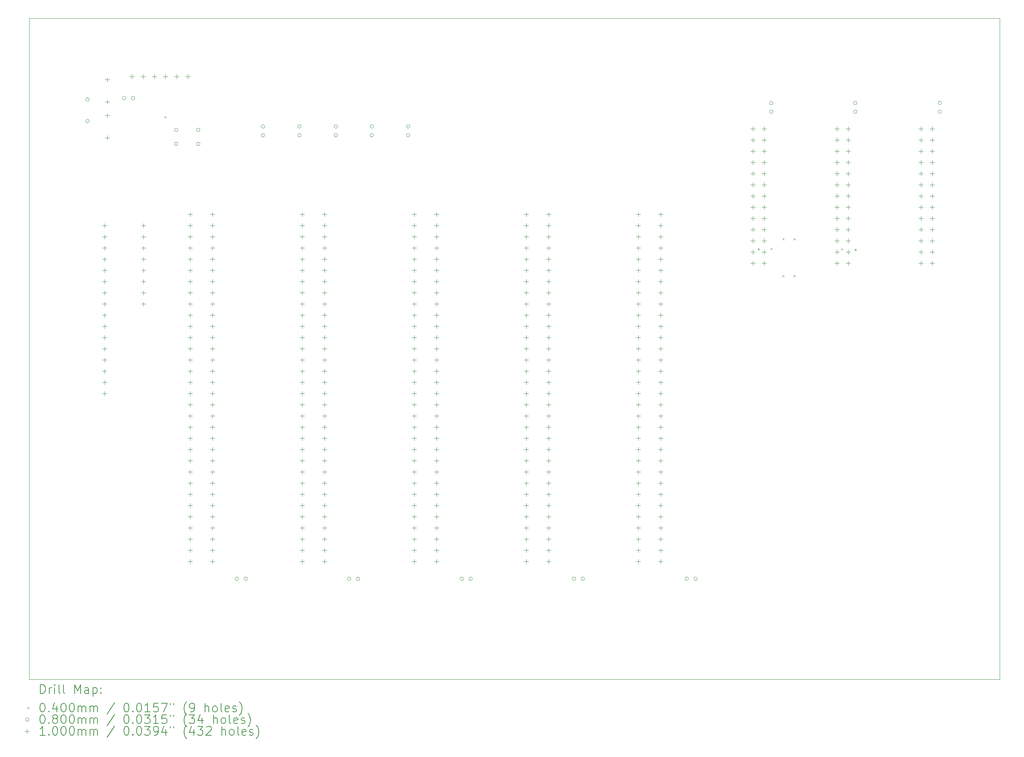
<source format=gbr>
%TF.GenerationSoftware,KiCad,Pcbnew,(6.0.7)*%
%TF.CreationDate,2023-04-20T18:02:02-06:00*%
%TF.ProjectId,backplane,6261636b-706c-4616-9e65-2e6b69636164,rev?*%
%TF.SameCoordinates,Original*%
%TF.FileFunction,Drillmap*%
%TF.FilePolarity,Positive*%
%FSLAX45Y45*%
G04 Gerber Fmt 4.5, Leading zero omitted, Abs format (unit mm)*
G04 Created by KiCad (PCBNEW (6.0.7)) date 2023-04-20 18:02:02*
%MOMM*%
%LPD*%
G01*
G04 APERTURE LIST*
%ADD10C,0.100000*%
%ADD11C,0.200000*%
%ADD12C,0.040000*%
%ADD13C,0.080000*%
G04 APERTURE END LIST*
D10*
X29992500Y-9285000D02*
X51992500Y-9285000D01*
X51992500Y-9285000D02*
X51992500Y-24285000D01*
X51992500Y-24285000D02*
X29992500Y-24285000D01*
X29992500Y-24285000D02*
X29992500Y-9285000D01*
D11*
D12*
X33057950Y-11507300D02*
X33097950Y-11547300D01*
X33097950Y-11507300D02*
X33057950Y-11547300D01*
X46504219Y-14503950D02*
X46544219Y-14543950D01*
X46544219Y-14503950D02*
X46504219Y-14543950D01*
X46799350Y-14495550D02*
X46839350Y-14535550D01*
X46839350Y-14495550D02*
X46799350Y-14535550D01*
X47066050Y-14275900D02*
X47106050Y-14315900D01*
X47106050Y-14275900D02*
X47066050Y-14315900D01*
X47066050Y-15114100D02*
X47106050Y-15154100D01*
X47106050Y-15114100D02*
X47066050Y-15154100D01*
X47320050Y-14275900D02*
X47360050Y-14315900D01*
X47360050Y-14275900D02*
X47320050Y-14315900D01*
X47320050Y-15114100D02*
X47360050Y-15154100D01*
X47360050Y-15114100D02*
X47320050Y-15154100D01*
X48399550Y-14504500D02*
X48439550Y-14544500D01*
X48439550Y-14504500D02*
X48399550Y-14544500D01*
X48704350Y-14517200D02*
X48744350Y-14557200D01*
X48744350Y-14517200D02*
X48704350Y-14557200D01*
D13*
X31352650Y-11129900D02*
G75*
G03*
X31352650Y-11129900I-40000J0D01*
G01*
X31352650Y-11619900D02*
G75*
G03*
X31352650Y-11619900I-40000J0D01*
G01*
X32185511Y-11100000D02*
G75*
G03*
X32185511Y-11100000I-40000J0D01*
G01*
X32385511Y-11100000D02*
G75*
G03*
X32385511Y-11100000I-40000J0D01*
G01*
X33363250Y-11819400D02*
G75*
G03*
X33363250Y-11819400I-40000J0D01*
G01*
X33363250Y-12136900D02*
G75*
G03*
X33363250Y-12136900I-40000J0D01*
G01*
X33863250Y-11819400D02*
G75*
G03*
X33863250Y-11819400I-40000J0D01*
G01*
X33863250Y-12136900D02*
G75*
G03*
X33863250Y-12136900I-40000J0D01*
G01*
X34740000Y-22000000D02*
G75*
G03*
X34740000Y-22000000I-40000J0D01*
G01*
X34940000Y-22000000D02*
G75*
G03*
X34940000Y-22000000I-40000J0D01*
G01*
X35333300Y-11740889D02*
G75*
G03*
X35333300Y-11740889I-40000J0D01*
G01*
X35333300Y-11940889D02*
G75*
G03*
X35333300Y-11940889I-40000J0D01*
G01*
X36158800Y-11740889D02*
G75*
G03*
X36158800Y-11740889I-40000J0D01*
G01*
X36158800Y-11940889D02*
G75*
G03*
X36158800Y-11940889I-40000J0D01*
G01*
X36984300Y-11740889D02*
G75*
G03*
X36984300Y-11740889I-40000J0D01*
G01*
X36984300Y-11940889D02*
G75*
G03*
X36984300Y-11940889I-40000J0D01*
G01*
X37285511Y-22000000D02*
G75*
G03*
X37285511Y-22000000I-40000J0D01*
G01*
X37485511Y-22000000D02*
G75*
G03*
X37485511Y-22000000I-40000J0D01*
G01*
X37797100Y-11740889D02*
G75*
G03*
X37797100Y-11740889I-40000J0D01*
G01*
X37797100Y-11940889D02*
G75*
G03*
X37797100Y-11940889I-40000J0D01*
G01*
X38622600Y-11740889D02*
G75*
G03*
X38622600Y-11740889I-40000J0D01*
G01*
X38622600Y-11940889D02*
G75*
G03*
X38622600Y-11940889I-40000J0D01*
G01*
X39840000Y-22000000D02*
G75*
G03*
X39840000Y-22000000I-40000J0D01*
G01*
X40040000Y-22000000D02*
G75*
G03*
X40040000Y-22000000I-40000J0D01*
G01*
X42383430Y-22000000D02*
G75*
G03*
X42383430Y-22000000I-40000J0D01*
G01*
X42583430Y-22000000D02*
G75*
G03*
X42583430Y-22000000I-40000J0D01*
G01*
X44940000Y-22000000D02*
G75*
G03*
X44940000Y-22000000I-40000J0D01*
G01*
X45140000Y-22000000D02*
G75*
G03*
X45140000Y-22000000I-40000J0D01*
G01*
X46854026Y-11208147D02*
G75*
G03*
X46854026Y-11208147I-40000J0D01*
G01*
X46854026Y-11408147D02*
G75*
G03*
X46854026Y-11408147I-40000J0D01*
G01*
X48759126Y-11208147D02*
G75*
G03*
X48759126Y-11208147I-40000J0D01*
G01*
X48759126Y-11408147D02*
G75*
G03*
X48759126Y-11408147I-40000J0D01*
G01*
X50674985Y-11207013D02*
G75*
G03*
X50674985Y-11207013I-40000J0D01*
G01*
X50674985Y-11407013D02*
G75*
G03*
X50674985Y-11407013I-40000J0D01*
G01*
D10*
X31701200Y-13941100D02*
X31701200Y-14041100D01*
X31651200Y-13991100D02*
X31751200Y-13991100D01*
X31701200Y-14195100D02*
X31701200Y-14295100D01*
X31651200Y-14245100D02*
X31751200Y-14245100D01*
X31701200Y-14449100D02*
X31701200Y-14549100D01*
X31651200Y-14499100D02*
X31751200Y-14499100D01*
X31701200Y-14703100D02*
X31701200Y-14803100D01*
X31651200Y-14753100D02*
X31751200Y-14753100D01*
X31701200Y-14957100D02*
X31701200Y-15057100D01*
X31651200Y-15007100D02*
X31751200Y-15007100D01*
X31701200Y-15211100D02*
X31701200Y-15311100D01*
X31651200Y-15261100D02*
X31751200Y-15261100D01*
X31701200Y-15465100D02*
X31701200Y-15565100D01*
X31651200Y-15515100D02*
X31751200Y-15515100D01*
X31701200Y-15719100D02*
X31701200Y-15819100D01*
X31651200Y-15769100D02*
X31751200Y-15769100D01*
X31701200Y-15973100D02*
X31701200Y-16073100D01*
X31651200Y-16023100D02*
X31751200Y-16023100D01*
X31701200Y-16227100D02*
X31701200Y-16327100D01*
X31651200Y-16277100D02*
X31751200Y-16277100D01*
X31701200Y-16481100D02*
X31701200Y-16581100D01*
X31651200Y-16531100D02*
X31751200Y-16531100D01*
X31701200Y-16735100D02*
X31701200Y-16835100D01*
X31651200Y-16785100D02*
X31751200Y-16785100D01*
X31701200Y-16989100D02*
X31701200Y-17089100D01*
X31651200Y-17039100D02*
X31751200Y-17039100D01*
X31701200Y-17243100D02*
X31701200Y-17343100D01*
X31651200Y-17293100D02*
X31751200Y-17293100D01*
X31701200Y-17497100D02*
X31701200Y-17597100D01*
X31651200Y-17547100D02*
X31751200Y-17547100D01*
X31701200Y-17751100D02*
X31701200Y-17851100D01*
X31651200Y-17801100D02*
X31751200Y-17801100D01*
X31757150Y-10630400D02*
X31757150Y-10730400D01*
X31707150Y-10680400D02*
X31807150Y-10680400D01*
X31757150Y-11130400D02*
X31757150Y-11230400D01*
X31707150Y-11180400D02*
X31807150Y-11180400D01*
X31757150Y-11443200D02*
X31757150Y-11543200D01*
X31707150Y-11493200D02*
X31807150Y-11493200D01*
X31757150Y-11943200D02*
X31757150Y-12043200D01*
X31707150Y-11993200D02*
X31807150Y-11993200D01*
X32318450Y-10560400D02*
X32318450Y-10660400D01*
X32268450Y-10610400D02*
X32368450Y-10610400D01*
X32572450Y-10560400D02*
X32572450Y-10660400D01*
X32522450Y-10610400D02*
X32622450Y-10610400D01*
X32577500Y-13941100D02*
X32577500Y-14041100D01*
X32527500Y-13991100D02*
X32627500Y-13991100D01*
X32577500Y-14195100D02*
X32577500Y-14295100D01*
X32527500Y-14245100D02*
X32627500Y-14245100D01*
X32577500Y-14449100D02*
X32577500Y-14549100D01*
X32527500Y-14499100D02*
X32627500Y-14499100D01*
X32577500Y-14703100D02*
X32577500Y-14803100D01*
X32527500Y-14753100D02*
X32627500Y-14753100D01*
X32577500Y-14957100D02*
X32577500Y-15057100D01*
X32527500Y-15007100D02*
X32627500Y-15007100D01*
X32577500Y-15211100D02*
X32577500Y-15311100D01*
X32527500Y-15261100D02*
X32627500Y-15261100D01*
X32577500Y-15465100D02*
X32577500Y-15565100D01*
X32527500Y-15515100D02*
X32627500Y-15515100D01*
X32577500Y-15719100D02*
X32577500Y-15819100D01*
X32527500Y-15769100D02*
X32627500Y-15769100D01*
X32826450Y-10560400D02*
X32826450Y-10660400D01*
X32776450Y-10610400D02*
X32876450Y-10610400D01*
X33080450Y-10560400D02*
X33080450Y-10660400D01*
X33030450Y-10610400D02*
X33130450Y-10610400D01*
X33334450Y-10560400D02*
X33334450Y-10660400D01*
X33284450Y-10610400D02*
X33384450Y-10610400D01*
X33588450Y-10560400D02*
X33588450Y-10660400D01*
X33538450Y-10610400D02*
X33638450Y-10610400D01*
X33637100Y-13687100D02*
X33637100Y-13787100D01*
X33587100Y-13737100D02*
X33687100Y-13737100D01*
X33637100Y-13941100D02*
X33637100Y-14041100D01*
X33587100Y-13991100D02*
X33687100Y-13991100D01*
X33637100Y-14195100D02*
X33637100Y-14295100D01*
X33587100Y-14245100D02*
X33687100Y-14245100D01*
X33637100Y-14449100D02*
X33637100Y-14549100D01*
X33587100Y-14499100D02*
X33687100Y-14499100D01*
X33637100Y-14703100D02*
X33637100Y-14803100D01*
X33587100Y-14753100D02*
X33687100Y-14753100D01*
X33637100Y-14957100D02*
X33637100Y-15057100D01*
X33587100Y-15007100D02*
X33687100Y-15007100D01*
X33637100Y-15211100D02*
X33637100Y-15311100D01*
X33587100Y-15261100D02*
X33687100Y-15261100D01*
X33637100Y-15465100D02*
X33637100Y-15565100D01*
X33587100Y-15515100D02*
X33687100Y-15515100D01*
X33637100Y-15719100D02*
X33637100Y-15819100D01*
X33587100Y-15769100D02*
X33687100Y-15769100D01*
X33637100Y-15973100D02*
X33637100Y-16073100D01*
X33587100Y-16023100D02*
X33687100Y-16023100D01*
X33637100Y-16227100D02*
X33637100Y-16327100D01*
X33587100Y-16277100D02*
X33687100Y-16277100D01*
X33637100Y-16481100D02*
X33637100Y-16581100D01*
X33587100Y-16531100D02*
X33687100Y-16531100D01*
X33637100Y-16735100D02*
X33637100Y-16835100D01*
X33587100Y-16785100D02*
X33687100Y-16785100D01*
X33637100Y-16989100D02*
X33637100Y-17089100D01*
X33587100Y-17039100D02*
X33687100Y-17039100D01*
X33637100Y-17243100D02*
X33637100Y-17343100D01*
X33587100Y-17293100D02*
X33687100Y-17293100D01*
X33637100Y-17497100D02*
X33637100Y-17597100D01*
X33587100Y-17547100D02*
X33687100Y-17547100D01*
X33637100Y-17751100D02*
X33637100Y-17851100D01*
X33587100Y-17801100D02*
X33687100Y-17801100D01*
X33637100Y-18005100D02*
X33637100Y-18105100D01*
X33587100Y-18055100D02*
X33687100Y-18055100D01*
X33637100Y-18259100D02*
X33637100Y-18359100D01*
X33587100Y-18309100D02*
X33687100Y-18309100D01*
X33637100Y-18513100D02*
X33637100Y-18613100D01*
X33587100Y-18563100D02*
X33687100Y-18563100D01*
X33637100Y-18767100D02*
X33637100Y-18867100D01*
X33587100Y-18817100D02*
X33687100Y-18817100D01*
X33637100Y-19021100D02*
X33637100Y-19121100D01*
X33587100Y-19071100D02*
X33687100Y-19071100D01*
X33637100Y-19275100D02*
X33637100Y-19375100D01*
X33587100Y-19325100D02*
X33687100Y-19325100D01*
X33637100Y-19529100D02*
X33637100Y-19629100D01*
X33587100Y-19579100D02*
X33687100Y-19579100D01*
X33637100Y-19783100D02*
X33637100Y-19883100D01*
X33587100Y-19833100D02*
X33687100Y-19833100D01*
X33637100Y-20037100D02*
X33637100Y-20137100D01*
X33587100Y-20087100D02*
X33687100Y-20087100D01*
X33637100Y-20291100D02*
X33637100Y-20391100D01*
X33587100Y-20341100D02*
X33687100Y-20341100D01*
X33637100Y-20545100D02*
X33637100Y-20645100D01*
X33587100Y-20595100D02*
X33687100Y-20595100D01*
X33637100Y-20799100D02*
X33637100Y-20899100D01*
X33587100Y-20849100D02*
X33687100Y-20849100D01*
X33637100Y-21053100D02*
X33637100Y-21153100D01*
X33587100Y-21103100D02*
X33687100Y-21103100D01*
X33637100Y-21307100D02*
X33637100Y-21407100D01*
X33587100Y-21357100D02*
X33687100Y-21357100D01*
X33637100Y-21561100D02*
X33637100Y-21661100D01*
X33587100Y-21611100D02*
X33687100Y-21611100D01*
X34145100Y-13687100D02*
X34145100Y-13787100D01*
X34095100Y-13737100D02*
X34195100Y-13737100D01*
X34145100Y-13941100D02*
X34145100Y-14041100D01*
X34095100Y-13991100D02*
X34195100Y-13991100D01*
X34145100Y-14195100D02*
X34145100Y-14295100D01*
X34095100Y-14245100D02*
X34195100Y-14245100D01*
X34145100Y-14449100D02*
X34145100Y-14549100D01*
X34095100Y-14499100D02*
X34195100Y-14499100D01*
X34145100Y-14703100D02*
X34145100Y-14803100D01*
X34095100Y-14753100D02*
X34195100Y-14753100D01*
X34145100Y-14957100D02*
X34145100Y-15057100D01*
X34095100Y-15007100D02*
X34195100Y-15007100D01*
X34145100Y-15211100D02*
X34145100Y-15311100D01*
X34095100Y-15261100D02*
X34195100Y-15261100D01*
X34145100Y-15465100D02*
X34145100Y-15565100D01*
X34095100Y-15515100D02*
X34195100Y-15515100D01*
X34145100Y-15719100D02*
X34145100Y-15819100D01*
X34095100Y-15769100D02*
X34195100Y-15769100D01*
X34145100Y-15973100D02*
X34145100Y-16073100D01*
X34095100Y-16023100D02*
X34195100Y-16023100D01*
X34145100Y-16227100D02*
X34145100Y-16327100D01*
X34095100Y-16277100D02*
X34195100Y-16277100D01*
X34145100Y-16481100D02*
X34145100Y-16581100D01*
X34095100Y-16531100D02*
X34195100Y-16531100D01*
X34145100Y-16735100D02*
X34145100Y-16835100D01*
X34095100Y-16785100D02*
X34195100Y-16785100D01*
X34145100Y-16989100D02*
X34145100Y-17089100D01*
X34095100Y-17039100D02*
X34195100Y-17039100D01*
X34145100Y-17243100D02*
X34145100Y-17343100D01*
X34095100Y-17293100D02*
X34195100Y-17293100D01*
X34145100Y-17497100D02*
X34145100Y-17597100D01*
X34095100Y-17547100D02*
X34195100Y-17547100D01*
X34145100Y-17751100D02*
X34145100Y-17851100D01*
X34095100Y-17801100D02*
X34195100Y-17801100D01*
X34145100Y-18005100D02*
X34145100Y-18105100D01*
X34095100Y-18055100D02*
X34195100Y-18055100D01*
X34145100Y-18259100D02*
X34145100Y-18359100D01*
X34095100Y-18309100D02*
X34195100Y-18309100D01*
X34145100Y-18513100D02*
X34145100Y-18613100D01*
X34095100Y-18563100D02*
X34195100Y-18563100D01*
X34145100Y-18767100D02*
X34145100Y-18867100D01*
X34095100Y-18817100D02*
X34195100Y-18817100D01*
X34145100Y-19021100D02*
X34145100Y-19121100D01*
X34095100Y-19071100D02*
X34195100Y-19071100D01*
X34145100Y-19275100D02*
X34145100Y-19375100D01*
X34095100Y-19325100D02*
X34195100Y-19325100D01*
X34145100Y-19529100D02*
X34145100Y-19629100D01*
X34095100Y-19579100D02*
X34195100Y-19579100D01*
X34145100Y-19783100D02*
X34145100Y-19883100D01*
X34095100Y-19833100D02*
X34195100Y-19833100D01*
X34145100Y-20037100D02*
X34145100Y-20137100D01*
X34095100Y-20087100D02*
X34195100Y-20087100D01*
X34145100Y-20291100D02*
X34145100Y-20391100D01*
X34095100Y-20341100D02*
X34195100Y-20341100D01*
X34145100Y-20545100D02*
X34145100Y-20645100D01*
X34095100Y-20595100D02*
X34195100Y-20595100D01*
X34145100Y-20799100D02*
X34145100Y-20899100D01*
X34095100Y-20849100D02*
X34195100Y-20849100D01*
X34145100Y-21053100D02*
X34145100Y-21153100D01*
X34095100Y-21103100D02*
X34195100Y-21103100D01*
X34145100Y-21307100D02*
X34145100Y-21407100D01*
X34095100Y-21357100D02*
X34195100Y-21357100D01*
X34145100Y-21561100D02*
X34145100Y-21661100D01*
X34095100Y-21611100D02*
X34195100Y-21611100D01*
X36178000Y-13687100D02*
X36178000Y-13787100D01*
X36128000Y-13737100D02*
X36228000Y-13737100D01*
X36178000Y-13941100D02*
X36178000Y-14041100D01*
X36128000Y-13991100D02*
X36228000Y-13991100D01*
X36178000Y-14195100D02*
X36178000Y-14295100D01*
X36128000Y-14245100D02*
X36228000Y-14245100D01*
X36178000Y-14449100D02*
X36178000Y-14549100D01*
X36128000Y-14499100D02*
X36228000Y-14499100D01*
X36178000Y-14703100D02*
X36178000Y-14803100D01*
X36128000Y-14753100D02*
X36228000Y-14753100D01*
X36178000Y-14957100D02*
X36178000Y-15057100D01*
X36128000Y-15007100D02*
X36228000Y-15007100D01*
X36178000Y-15211100D02*
X36178000Y-15311100D01*
X36128000Y-15261100D02*
X36228000Y-15261100D01*
X36178000Y-15465100D02*
X36178000Y-15565100D01*
X36128000Y-15515100D02*
X36228000Y-15515100D01*
X36178000Y-15719100D02*
X36178000Y-15819100D01*
X36128000Y-15769100D02*
X36228000Y-15769100D01*
X36178000Y-15973100D02*
X36178000Y-16073100D01*
X36128000Y-16023100D02*
X36228000Y-16023100D01*
X36178000Y-16227100D02*
X36178000Y-16327100D01*
X36128000Y-16277100D02*
X36228000Y-16277100D01*
X36178000Y-16481100D02*
X36178000Y-16581100D01*
X36128000Y-16531100D02*
X36228000Y-16531100D01*
X36178000Y-16735100D02*
X36178000Y-16835100D01*
X36128000Y-16785100D02*
X36228000Y-16785100D01*
X36178000Y-16989100D02*
X36178000Y-17089100D01*
X36128000Y-17039100D02*
X36228000Y-17039100D01*
X36178000Y-17243100D02*
X36178000Y-17343100D01*
X36128000Y-17293100D02*
X36228000Y-17293100D01*
X36178000Y-17497100D02*
X36178000Y-17597100D01*
X36128000Y-17547100D02*
X36228000Y-17547100D01*
X36178000Y-17751100D02*
X36178000Y-17851100D01*
X36128000Y-17801100D02*
X36228000Y-17801100D01*
X36178000Y-18005100D02*
X36178000Y-18105100D01*
X36128000Y-18055100D02*
X36228000Y-18055100D01*
X36178000Y-18259100D02*
X36178000Y-18359100D01*
X36128000Y-18309100D02*
X36228000Y-18309100D01*
X36178000Y-18513100D02*
X36178000Y-18613100D01*
X36128000Y-18563100D02*
X36228000Y-18563100D01*
X36178000Y-18767100D02*
X36178000Y-18867100D01*
X36128000Y-18817100D02*
X36228000Y-18817100D01*
X36178000Y-19021100D02*
X36178000Y-19121100D01*
X36128000Y-19071100D02*
X36228000Y-19071100D01*
X36178000Y-19275100D02*
X36178000Y-19375100D01*
X36128000Y-19325100D02*
X36228000Y-19325100D01*
X36178000Y-19529100D02*
X36178000Y-19629100D01*
X36128000Y-19579100D02*
X36228000Y-19579100D01*
X36178000Y-19783100D02*
X36178000Y-19883100D01*
X36128000Y-19833100D02*
X36228000Y-19833100D01*
X36178000Y-20037100D02*
X36178000Y-20137100D01*
X36128000Y-20087100D02*
X36228000Y-20087100D01*
X36178000Y-20291100D02*
X36178000Y-20391100D01*
X36128000Y-20341100D02*
X36228000Y-20341100D01*
X36178000Y-20545100D02*
X36178000Y-20645100D01*
X36128000Y-20595100D02*
X36228000Y-20595100D01*
X36178000Y-20799100D02*
X36178000Y-20899100D01*
X36128000Y-20849100D02*
X36228000Y-20849100D01*
X36178000Y-21053100D02*
X36178000Y-21153100D01*
X36128000Y-21103100D02*
X36228000Y-21103100D01*
X36178000Y-21307100D02*
X36178000Y-21407100D01*
X36128000Y-21357100D02*
X36228000Y-21357100D01*
X36178000Y-21561100D02*
X36178000Y-21661100D01*
X36128000Y-21611100D02*
X36228000Y-21611100D01*
X36686000Y-13687100D02*
X36686000Y-13787100D01*
X36636000Y-13737100D02*
X36736000Y-13737100D01*
X36686000Y-13941100D02*
X36686000Y-14041100D01*
X36636000Y-13991100D02*
X36736000Y-13991100D01*
X36686000Y-14195100D02*
X36686000Y-14295100D01*
X36636000Y-14245100D02*
X36736000Y-14245100D01*
X36686000Y-14449100D02*
X36686000Y-14549100D01*
X36636000Y-14499100D02*
X36736000Y-14499100D01*
X36686000Y-14703100D02*
X36686000Y-14803100D01*
X36636000Y-14753100D02*
X36736000Y-14753100D01*
X36686000Y-14957100D02*
X36686000Y-15057100D01*
X36636000Y-15007100D02*
X36736000Y-15007100D01*
X36686000Y-15211100D02*
X36686000Y-15311100D01*
X36636000Y-15261100D02*
X36736000Y-15261100D01*
X36686000Y-15465100D02*
X36686000Y-15565100D01*
X36636000Y-15515100D02*
X36736000Y-15515100D01*
X36686000Y-15719100D02*
X36686000Y-15819100D01*
X36636000Y-15769100D02*
X36736000Y-15769100D01*
X36686000Y-15973100D02*
X36686000Y-16073100D01*
X36636000Y-16023100D02*
X36736000Y-16023100D01*
X36686000Y-16227100D02*
X36686000Y-16327100D01*
X36636000Y-16277100D02*
X36736000Y-16277100D01*
X36686000Y-16481100D02*
X36686000Y-16581100D01*
X36636000Y-16531100D02*
X36736000Y-16531100D01*
X36686000Y-16735100D02*
X36686000Y-16835100D01*
X36636000Y-16785100D02*
X36736000Y-16785100D01*
X36686000Y-16989100D02*
X36686000Y-17089100D01*
X36636000Y-17039100D02*
X36736000Y-17039100D01*
X36686000Y-17243100D02*
X36686000Y-17343100D01*
X36636000Y-17293100D02*
X36736000Y-17293100D01*
X36686000Y-17497100D02*
X36686000Y-17597100D01*
X36636000Y-17547100D02*
X36736000Y-17547100D01*
X36686000Y-17751100D02*
X36686000Y-17851100D01*
X36636000Y-17801100D02*
X36736000Y-17801100D01*
X36686000Y-18005100D02*
X36686000Y-18105100D01*
X36636000Y-18055100D02*
X36736000Y-18055100D01*
X36686000Y-18259100D02*
X36686000Y-18359100D01*
X36636000Y-18309100D02*
X36736000Y-18309100D01*
X36686000Y-18513100D02*
X36686000Y-18613100D01*
X36636000Y-18563100D02*
X36736000Y-18563100D01*
X36686000Y-18767100D02*
X36686000Y-18867100D01*
X36636000Y-18817100D02*
X36736000Y-18817100D01*
X36686000Y-19021100D02*
X36686000Y-19121100D01*
X36636000Y-19071100D02*
X36736000Y-19071100D01*
X36686000Y-19275100D02*
X36686000Y-19375100D01*
X36636000Y-19325100D02*
X36736000Y-19325100D01*
X36686000Y-19529100D02*
X36686000Y-19629100D01*
X36636000Y-19579100D02*
X36736000Y-19579100D01*
X36686000Y-19783100D02*
X36686000Y-19883100D01*
X36636000Y-19833100D02*
X36736000Y-19833100D01*
X36686000Y-20037100D02*
X36686000Y-20137100D01*
X36636000Y-20087100D02*
X36736000Y-20087100D01*
X36686000Y-20291100D02*
X36686000Y-20391100D01*
X36636000Y-20341100D02*
X36736000Y-20341100D01*
X36686000Y-20545100D02*
X36686000Y-20645100D01*
X36636000Y-20595100D02*
X36736000Y-20595100D01*
X36686000Y-20799100D02*
X36686000Y-20899100D01*
X36636000Y-20849100D02*
X36736000Y-20849100D01*
X36686000Y-21053100D02*
X36686000Y-21153100D01*
X36636000Y-21103100D02*
X36736000Y-21103100D01*
X36686000Y-21307100D02*
X36686000Y-21407100D01*
X36636000Y-21357100D02*
X36736000Y-21357100D01*
X36686000Y-21561100D02*
X36686000Y-21661100D01*
X36636000Y-21611100D02*
X36736000Y-21611100D01*
X38718000Y-13687100D02*
X38718000Y-13787100D01*
X38668000Y-13737100D02*
X38768000Y-13737100D01*
X38718000Y-13941100D02*
X38718000Y-14041100D01*
X38668000Y-13991100D02*
X38768000Y-13991100D01*
X38718000Y-14195100D02*
X38718000Y-14295100D01*
X38668000Y-14245100D02*
X38768000Y-14245100D01*
X38718000Y-14449100D02*
X38718000Y-14549100D01*
X38668000Y-14499100D02*
X38768000Y-14499100D01*
X38718000Y-14703100D02*
X38718000Y-14803100D01*
X38668000Y-14753100D02*
X38768000Y-14753100D01*
X38718000Y-14957100D02*
X38718000Y-15057100D01*
X38668000Y-15007100D02*
X38768000Y-15007100D01*
X38718000Y-15211100D02*
X38718000Y-15311100D01*
X38668000Y-15261100D02*
X38768000Y-15261100D01*
X38718000Y-15465100D02*
X38718000Y-15565100D01*
X38668000Y-15515100D02*
X38768000Y-15515100D01*
X38718000Y-15719100D02*
X38718000Y-15819100D01*
X38668000Y-15769100D02*
X38768000Y-15769100D01*
X38718000Y-15973100D02*
X38718000Y-16073100D01*
X38668000Y-16023100D02*
X38768000Y-16023100D01*
X38718000Y-16227100D02*
X38718000Y-16327100D01*
X38668000Y-16277100D02*
X38768000Y-16277100D01*
X38718000Y-16481100D02*
X38718000Y-16581100D01*
X38668000Y-16531100D02*
X38768000Y-16531100D01*
X38718000Y-16735100D02*
X38718000Y-16835100D01*
X38668000Y-16785100D02*
X38768000Y-16785100D01*
X38718000Y-16989100D02*
X38718000Y-17089100D01*
X38668000Y-17039100D02*
X38768000Y-17039100D01*
X38718000Y-17243100D02*
X38718000Y-17343100D01*
X38668000Y-17293100D02*
X38768000Y-17293100D01*
X38718000Y-17497100D02*
X38718000Y-17597100D01*
X38668000Y-17547100D02*
X38768000Y-17547100D01*
X38718000Y-17751100D02*
X38718000Y-17851100D01*
X38668000Y-17801100D02*
X38768000Y-17801100D01*
X38718000Y-18005100D02*
X38718000Y-18105100D01*
X38668000Y-18055100D02*
X38768000Y-18055100D01*
X38718000Y-18259100D02*
X38718000Y-18359100D01*
X38668000Y-18309100D02*
X38768000Y-18309100D01*
X38718000Y-18513100D02*
X38718000Y-18613100D01*
X38668000Y-18563100D02*
X38768000Y-18563100D01*
X38718000Y-18767100D02*
X38718000Y-18867100D01*
X38668000Y-18817100D02*
X38768000Y-18817100D01*
X38718000Y-19021100D02*
X38718000Y-19121100D01*
X38668000Y-19071100D02*
X38768000Y-19071100D01*
X38718000Y-19275100D02*
X38718000Y-19375100D01*
X38668000Y-19325100D02*
X38768000Y-19325100D01*
X38718000Y-19529100D02*
X38718000Y-19629100D01*
X38668000Y-19579100D02*
X38768000Y-19579100D01*
X38718000Y-19783100D02*
X38718000Y-19883100D01*
X38668000Y-19833100D02*
X38768000Y-19833100D01*
X38718000Y-20037100D02*
X38718000Y-20137100D01*
X38668000Y-20087100D02*
X38768000Y-20087100D01*
X38718000Y-20291100D02*
X38718000Y-20391100D01*
X38668000Y-20341100D02*
X38768000Y-20341100D01*
X38718000Y-20545100D02*
X38718000Y-20645100D01*
X38668000Y-20595100D02*
X38768000Y-20595100D01*
X38718000Y-20799100D02*
X38718000Y-20899100D01*
X38668000Y-20849100D02*
X38768000Y-20849100D01*
X38718000Y-21053100D02*
X38718000Y-21153100D01*
X38668000Y-21103100D02*
X38768000Y-21103100D01*
X38718000Y-21307100D02*
X38718000Y-21407100D01*
X38668000Y-21357100D02*
X38768000Y-21357100D01*
X38718000Y-21561100D02*
X38718000Y-21661100D01*
X38668000Y-21611100D02*
X38768000Y-21611100D01*
X39226000Y-13687100D02*
X39226000Y-13787100D01*
X39176000Y-13737100D02*
X39276000Y-13737100D01*
X39226000Y-13941100D02*
X39226000Y-14041100D01*
X39176000Y-13991100D02*
X39276000Y-13991100D01*
X39226000Y-14195100D02*
X39226000Y-14295100D01*
X39176000Y-14245100D02*
X39276000Y-14245100D01*
X39226000Y-14449100D02*
X39226000Y-14549100D01*
X39176000Y-14499100D02*
X39276000Y-14499100D01*
X39226000Y-14703100D02*
X39226000Y-14803100D01*
X39176000Y-14753100D02*
X39276000Y-14753100D01*
X39226000Y-14957100D02*
X39226000Y-15057100D01*
X39176000Y-15007100D02*
X39276000Y-15007100D01*
X39226000Y-15211100D02*
X39226000Y-15311100D01*
X39176000Y-15261100D02*
X39276000Y-15261100D01*
X39226000Y-15465100D02*
X39226000Y-15565100D01*
X39176000Y-15515100D02*
X39276000Y-15515100D01*
X39226000Y-15719100D02*
X39226000Y-15819100D01*
X39176000Y-15769100D02*
X39276000Y-15769100D01*
X39226000Y-15973100D02*
X39226000Y-16073100D01*
X39176000Y-16023100D02*
X39276000Y-16023100D01*
X39226000Y-16227100D02*
X39226000Y-16327100D01*
X39176000Y-16277100D02*
X39276000Y-16277100D01*
X39226000Y-16481100D02*
X39226000Y-16581100D01*
X39176000Y-16531100D02*
X39276000Y-16531100D01*
X39226000Y-16735100D02*
X39226000Y-16835100D01*
X39176000Y-16785100D02*
X39276000Y-16785100D01*
X39226000Y-16989100D02*
X39226000Y-17089100D01*
X39176000Y-17039100D02*
X39276000Y-17039100D01*
X39226000Y-17243100D02*
X39226000Y-17343100D01*
X39176000Y-17293100D02*
X39276000Y-17293100D01*
X39226000Y-17497100D02*
X39226000Y-17597100D01*
X39176000Y-17547100D02*
X39276000Y-17547100D01*
X39226000Y-17751100D02*
X39226000Y-17851100D01*
X39176000Y-17801100D02*
X39276000Y-17801100D01*
X39226000Y-18005100D02*
X39226000Y-18105100D01*
X39176000Y-18055100D02*
X39276000Y-18055100D01*
X39226000Y-18259100D02*
X39226000Y-18359100D01*
X39176000Y-18309100D02*
X39276000Y-18309100D01*
X39226000Y-18513100D02*
X39226000Y-18613100D01*
X39176000Y-18563100D02*
X39276000Y-18563100D01*
X39226000Y-18767100D02*
X39226000Y-18867100D01*
X39176000Y-18817100D02*
X39276000Y-18817100D01*
X39226000Y-19021100D02*
X39226000Y-19121100D01*
X39176000Y-19071100D02*
X39276000Y-19071100D01*
X39226000Y-19275100D02*
X39226000Y-19375100D01*
X39176000Y-19325100D02*
X39276000Y-19325100D01*
X39226000Y-19529100D02*
X39226000Y-19629100D01*
X39176000Y-19579100D02*
X39276000Y-19579100D01*
X39226000Y-19783100D02*
X39226000Y-19883100D01*
X39176000Y-19833100D02*
X39276000Y-19833100D01*
X39226000Y-20037100D02*
X39226000Y-20137100D01*
X39176000Y-20087100D02*
X39276000Y-20087100D01*
X39226000Y-20291100D02*
X39226000Y-20391100D01*
X39176000Y-20341100D02*
X39276000Y-20341100D01*
X39226000Y-20545100D02*
X39226000Y-20645100D01*
X39176000Y-20595100D02*
X39276000Y-20595100D01*
X39226000Y-20799100D02*
X39226000Y-20899100D01*
X39176000Y-20849100D02*
X39276000Y-20849100D01*
X39226000Y-21053100D02*
X39226000Y-21153100D01*
X39176000Y-21103100D02*
X39276000Y-21103100D01*
X39226000Y-21307100D02*
X39226000Y-21407100D01*
X39176000Y-21357100D02*
X39276000Y-21357100D01*
X39226000Y-21561100D02*
X39226000Y-21661100D01*
X39176000Y-21611100D02*
X39276000Y-21611100D01*
X41258000Y-13687100D02*
X41258000Y-13787100D01*
X41208000Y-13737100D02*
X41308000Y-13737100D01*
X41258000Y-13941100D02*
X41258000Y-14041100D01*
X41208000Y-13991100D02*
X41308000Y-13991100D01*
X41258000Y-14195100D02*
X41258000Y-14295100D01*
X41208000Y-14245100D02*
X41308000Y-14245100D01*
X41258000Y-14449100D02*
X41258000Y-14549100D01*
X41208000Y-14499100D02*
X41308000Y-14499100D01*
X41258000Y-14703100D02*
X41258000Y-14803100D01*
X41208000Y-14753100D02*
X41308000Y-14753100D01*
X41258000Y-14957100D02*
X41258000Y-15057100D01*
X41208000Y-15007100D02*
X41308000Y-15007100D01*
X41258000Y-15211100D02*
X41258000Y-15311100D01*
X41208000Y-15261100D02*
X41308000Y-15261100D01*
X41258000Y-15465100D02*
X41258000Y-15565100D01*
X41208000Y-15515100D02*
X41308000Y-15515100D01*
X41258000Y-15719100D02*
X41258000Y-15819100D01*
X41208000Y-15769100D02*
X41308000Y-15769100D01*
X41258000Y-15973100D02*
X41258000Y-16073100D01*
X41208000Y-16023100D02*
X41308000Y-16023100D01*
X41258000Y-16227100D02*
X41258000Y-16327100D01*
X41208000Y-16277100D02*
X41308000Y-16277100D01*
X41258000Y-16481100D02*
X41258000Y-16581100D01*
X41208000Y-16531100D02*
X41308000Y-16531100D01*
X41258000Y-16735100D02*
X41258000Y-16835100D01*
X41208000Y-16785100D02*
X41308000Y-16785100D01*
X41258000Y-16989100D02*
X41258000Y-17089100D01*
X41208000Y-17039100D02*
X41308000Y-17039100D01*
X41258000Y-17243100D02*
X41258000Y-17343100D01*
X41208000Y-17293100D02*
X41308000Y-17293100D01*
X41258000Y-17497100D02*
X41258000Y-17597100D01*
X41208000Y-17547100D02*
X41308000Y-17547100D01*
X41258000Y-17751100D02*
X41258000Y-17851100D01*
X41208000Y-17801100D02*
X41308000Y-17801100D01*
X41258000Y-18005100D02*
X41258000Y-18105100D01*
X41208000Y-18055100D02*
X41308000Y-18055100D01*
X41258000Y-18259100D02*
X41258000Y-18359100D01*
X41208000Y-18309100D02*
X41308000Y-18309100D01*
X41258000Y-18513100D02*
X41258000Y-18613100D01*
X41208000Y-18563100D02*
X41308000Y-18563100D01*
X41258000Y-18767100D02*
X41258000Y-18867100D01*
X41208000Y-18817100D02*
X41308000Y-18817100D01*
X41258000Y-19021100D02*
X41258000Y-19121100D01*
X41208000Y-19071100D02*
X41308000Y-19071100D01*
X41258000Y-19275100D02*
X41258000Y-19375100D01*
X41208000Y-19325100D02*
X41308000Y-19325100D01*
X41258000Y-19529100D02*
X41258000Y-19629100D01*
X41208000Y-19579100D02*
X41308000Y-19579100D01*
X41258000Y-19783100D02*
X41258000Y-19883100D01*
X41208000Y-19833100D02*
X41308000Y-19833100D01*
X41258000Y-20037100D02*
X41258000Y-20137100D01*
X41208000Y-20087100D02*
X41308000Y-20087100D01*
X41258000Y-20291100D02*
X41258000Y-20391100D01*
X41208000Y-20341100D02*
X41308000Y-20341100D01*
X41258000Y-20545100D02*
X41258000Y-20645100D01*
X41208000Y-20595100D02*
X41308000Y-20595100D01*
X41258000Y-20799100D02*
X41258000Y-20899100D01*
X41208000Y-20849100D02*
X41308000Y-20849100D01*
X41258000Y-21053100D02*
X41258000Y-21153100D01*
X41208000Y-21103100D02*
X41308000Y-21103100D01*
X41258000Y-21307100D02*
X41258000Y-21407100D01*
X41208000Y-21357100D02*
X41308000Y-21357100D01*
X41258000Y-21561100D02*
X41258000Y-21661100D01*
X41208000Y-21611100D02*
X41308000Y-21611100D01*
X41766000Y-13687100D02*
X41766000Y-13787100D01*
X41716000Y-13737100D02*
X41816000Y-13737100D01*
X41766000Y-13941100D02*
X41766000Y-14041100D01*
X41716000Y-13991100D02*
X41816000Y-13991100D01*
X41766000Y-14195100D02*
X41766000Y-14295100D01*
X41716000Y-14245100D02*
X41816000Y-14245100D01*
X41766000Y-14449100D02*
X41766000Y-14549100D01*
X41716000Y-14499100D02*
X41816000Y-14499100D01*
X41766000Y-14703100D02*
X41766000Y-14803100D01*
X41716000Y-14753100D02*
X41816000Y-14753100D01*
X41766000Y-14957100D02*
X41766000Y-15057100D01*
X41716000Y-15007100D02*
X41816000Y-15007100D01*
X41766000Y-15211100D02*
X41766000Y-15311100D01*
X41716000Y-15261100D02*
X41816000Y-15261100D01*
X41766000Y-15465100D02*
X41766000Y-15565100D01*
X41716000Y-15515100D02*
X41816000Y-15515100D01*
X41766000Y-15719100D02*
X41766000Y-15819100D01*
X41716000Y-15769100D02*
X41816000Y-15769100D01*
X41766000Y-15973100D02*
X41766000Y-16073100D01*
X41716000Y-16023100D02*
X41816000Y-16023100D01*
X41766000Y-16227100D02*
X41766000Y-16327100D01*
X41716000Y-16277100D02*
X41816000Y-16277100D01*
X41766000Y-16481100D02*
X41766000Y-16581100D01*
X41716000Y-16531100D02*
X41816000Y-16531100D01*
X41766000Y-16735100D02*
X41766000Y-16835100D01*
X41716000Y-16785100D02*
X41816000Y-16785100D01*
X41766000Y-16989100D02*
X41766000Y-17089100D01*
X41716000Y-17039100D02*
X41816000Y-17039100D01*
X41766000Y-17243100D02*
X41766000Y-17343100D01*
X41716000Y-17293100D02*
X41816000Y-17293100D01*
X41766000Y-17497100D02*
X41766000Y-17597100D01*
X41716000Y-17547100D02*
X41816000Y-17547100D01*
X41766000Y-17751100D02*
X41766000Y-17851100D01*
X41716000Y-17801100D02*
X41816000Y-17801100D01*
X41766000Y-18005100D02*
X41766000Y-18105100D01*
X41716000Y-18055100D02*
X41816000Y-18055100D01*
X41766000Y-18259100D02*
X41766000Y-18359100D01*
X41716000Y-18309100D02*
X41816000Y-18309100D01*
X41766000Y-18513100D02*
X41766000Y-18613100D01*
X41716000Y-18563100D02*
X41816000Y-18563100D01*
X41766000Y-18767100D02*
X41766000Y-18867100D01*
X41716000Y-18817100D02*
X41816000Y-18817100D01*
X41766000Y-19021100D02*
X41766000Y-19121100D01*
X41716000Y-19071100D02*
X41816000Y-19071100D01*
X41766000Y-19275100D02*
X41766000Y-19375100D01*
X41716000Y-19325100D02*
X41816000Y-19325100D01*
X41766000Y-19529100D02*
X41766000Y-19629100D01*
X41716000Y-19579100D02*
X41816000Y-19579100D01*
X41766000Y-19783100D02*
X41766000Y-19883100D01*
X41716000Y-19833100D02*
X41816000Y-19833100D01*
X41766000Y-20037100D02*
X41766000Y-20137100D01*
X41716000Y-20087100D02*
X41816000Y-20087100D01*
X41766000Y-20291100D02*
X41766000Y-20391100D01*
X41716000Y-20341100D02*
X41816000Y-20341100D01*
X41766000Y-20545100D02*
X41766000Y-20645100D01*
X41716000Y-20595100D02*
X41816000Y-20595100D01*
X41766000Y-20799100D02*
X41766000Y-20899100D01*
X41716000Y-20849100D02*
X41816000Y-20849100D01*
X41766000Y-21053100D02*
X41766000Y-21153100D01*
X41716000Y-21103100D02*
X41816000Y-21103100D01*
X41766000Y-21307100D02*
X41766000Y-21407100D01*
X41716000Y-21357100D02*
X41816000Y-21357100D01*
X41766000Y-21561100D02*
X41766000Y-21661100D01*
X41716000Y-21611100D02*
X41816000Y-21611100D01*
X43798000Y-13687100D02*
X43798000Y-13787100D01*
X43748000Y-13737100D02*
X43848000Y-13737100D01*
X43798000Y-13941100D02*
X43798000Y-14041100D01*
X43748000Y-13991100D02*
X43848000Y-13991100D01*
X43798000Y-14195100D02*
X43798000Y-14295100D01*
X43748000Y-14245100D02*
X43848000Y-14245100D01*
X43798000Y-14449100D02*
X43798000Y-14549100D01*
X43748000Y-14499100D02*
X43848000Y-14499100D01*
X43798000Y-14703100D02*
X43798000Y-14803100D01*
X43748000Y-14753100D02*
X43848000Y-14753100D01*
X43798000Y-14957100D02*
X43798000Y-15057100D01*
X43748000Y-15007100D02*
X43848000Y-15007100D01*
X43798000Y-15211100D02*
X43798000Y-15311100D01*
X43748000Y-15261100D02*
X43848000Y-15261100D01*
X43798000Y-15465100D02*
X43798000Y-15565100D01*
X43748000Y-15515100D02*
X43848000Y-15515100D01*
X43798000Y-15719100D02*
X43798000Y-15819100D01*
X43748000Y-15769100D02*
X43848000Y-15769100D01*
X43798000Y-15973100D02*
X43798000Y-16073100D01*
X43748000Y-16023100D02*
X43848000Y-16023100D01*
X43798000Y-16227100D02*
X43798000Y-16327100D01*
X43748000Y-16277100D02*
X43848000Y-16277100D01*
X43798000Y-16481100D02*
X43798000Y-16581100D01*
X43748000Y-16531100D02*
X43848000Y-16531100D01*
X43798000Y-16735100D02*
X43798000Y-16835100D01*
X43748000Y-16785100D02*
X43848000Y-16785100D01*
X43798000Y-16989100D02*
X43798000Y-17089100D01*
X43748000Y-17039100D02*
X43848000Y-17039100D01*
X43798000Y-17243100D02*
X43798000Y-17343100D01*
X43748000Y-17293100D02*
X43848000Y-17293100D01*
X43798000Y-17497100D02*
X43798000Y-17597100D01*
X43748000Y-17547100D02*
X43848000Y-17547100D01*
X43798000Y-17751100D02*
X43798000Y-17851100D01*
X43748000Y-17801100D02*
X43848000Y-17801100D01*
X43798000Y-18005100D02*
X43798000Y-18105100D01*
X43748000Y-18055100D02*
X43848000Y-18055100D01*
X43798000Y-18259100D02*
X43798000Y-18359100D01*
X43748000Y-18309100D02*
X43848000Y-18309100D01*
X43798000Y-18513100D02*
X43798000Y-18613100D01*
X43748000Y-18563100D02*
X43848000Y-18563100D01*
X43798000Y-18767100D02*
X43798000Y-18867100D01*
X43748000Y-18817100D02*
X43848000Y-18817100D01*
X43798000Y-19021100D02*
X43798000Y-19121100D01*
X43748000Y-19071100D02*
X43848000Y-19071100D01*
X43798000Y-19275100D02*
X43798000Y-19375100D01*
X43748000Y-19325100D02*
X43848000Y-19325100D01*
X43798000Y-19529100D02*
X43798000Y-19629100D01*
X43748000Y-19579100D02*
X43848000Y-19579100D01*
X43798000Y-19783100D02*
X43798000Y-19883100D01*
X43748000Y-19833100D02*
X43848000Y-19833100D01*
X43798000Y-20037100D02*
X43798000Y-20137100D01*
X43748000Y-20087100D02*
X43848000Y-20087100D01*
X43798000Y-20291100D02*
X43798000Y-20391100D01*
X43748000Y-20341100D02*
X43848000Y-20341100D01*
X43798000Y-20545100D02*
X43798000Y-20645100D01*
X43748000Y-20595100D02*
X43848000Y-20595100D01*
X43798000Y-20799100D02*
X43798000Y-20899100D01*
X43748000Y-20849100D02*
X43848000Y-20849100D01*
X43798000Y-21053100D02*
X43798000Y-21153100D01*
X43748000Y-21103100D02*
X43848000Y-21103100D01*
X43798000Y-21307100D02*
X43798000Y-21407100D01*
X43748000Y-21357100D02*
X43848000Y-21357100D01*
X43798000Y-21561100D02*
X43798000Y-21661100D01*
X43748000Y-21611100D02*
X43848000Y-21611100D01*
X44306000Y-13687100D02*
X44306000Y-13787100D01*
X44256000Y-13737100D02*
X44356000Y-13737100D01*
X44306000Y-13941100D02*
X44306000Y-14041100D01*
X44256000Y-13991100D02*
X44356000Y-13991100D01*
X44306000Y-14195100D02*
X44306000Y-14295100D01*
X44256000Y-14245100D02*
X44356000Y-14245100D01*
X44306000Y-14449100D02*
X44306000Y-14549100D01*
X44256000Y-14499100D02*
X44356000Y-14499100D01*
X44306000Y-14703100D02*
X44306000Y-14803100D01*
X44256000Y-14753100D02*
X44356000Y-14753100D01*
X44306000Y-14957100D02*
X44306000Y-15057100D01*
X44256000Y-15007100D02*
X44356000Y-15007100D01*
X44306000Y-15211100D02*
X44306000Y-15311100D01*
X44256000Y-15261100D02*
X44356000Y-15261100D01*
X44306000Y-15465100D02*
X44306000Y-15565100D01*
X44256000Y-15515100D02*
X44356000Y-15515100D01*
X44306000Y-15719100D02*
X44306000Y-15819100D01*
X44256000Y-15769100D02*
X44356000Y-15769100D01*
X44306000Y-15973100D02*
X44306000Y-16073100D01*
X44256000Y-16023100D02*
X44356000Y-16023100D01*
X44306000Y-16227100D02*
X44306000Y-16327100D01*
X44256000Y-16277100D02*
X44356000Y-16277100D01*
X44306000Y-16481100D02*
X44306000Y-16581100D01*
X44256000Y-16531100D02*
X44356000Y-16531100D01*
X44306000Y-16735100D02*
X44306000Y-16835100D01*
X44256000Y-16785100D02*
X44356000Y-16785100D01*
X44306000Y-16989100D02*
X44306000Y-17089100D01*
X44256000Y-17039100D02*
X44356000Y-17039100D01*
X44306000Y-17243100D02*
X44306000Y-17343100D01*
X44256000Y-17293100D02*
X44356000Y-17293100D01*
X44306000Y-17497100D02*
X44306000Y-17597100D01*
X44256000Y-17547100D02*
X44356000Y-17547100D01*
X44306000Y-17751100D02*
X44306000Y-17851100D01*
X44256000Y-17801100D02*
X44356000Y-17801100D01*
X44306000Y-18005100D02*
X44306000Y-18105100D01*
X44256000Y-18055100D02*
X44356000Y-18055100D01*
X44306000Y-18259100D02*
X44306000Y-18359100D01*
X44256000Y-18309100D02*
X44356000Y-18309100D01*
X44306000Y-18513100D02*
X44306000Y-18613100D01*
X44256000Y-18563100D02*
X44356000Y-18563100D01*
X44306000Y-18767100D02*
X44306000Y-18867100D01*
X44256000Y-18817100D02*
X44356000Y-18817100D01*
X44306000Y-19021100D02*
X44306000Y-19121100D01*
X44256000Y-19071100D02*
X44356000Y-19071100D01*
X44306000Y-19275100D02*
X44306000Y-19375100D01*
X44256000Y-19325100D02*
X44356000Y-19325100D01*
X44306000Y-19529100D02*
X44306000Y-19629100D01*
X44256000Y-19579100D02*
X44356000Y-19579100D01*
X44306000Y-19783100D02*
X44306000Y-19883100D01*
X44256000Y-19833100D02*
X44356000Y-19833100D01*
X44306000Y-20037100D02*
X44306000Y-20137100D01*
X44256000Y-20087100D02*
X44356000Y-20087100D01*
X44306000Y-20291100D02*
X44306000Y-20391100D01*
X44256000Y-20341100D02*
X44356000Y-20341100D01*
X44306000Y-20545100D02*
X44306000Y-20645100D01*
X44256000Y-20595100D02*
X44356000Y-20595100D01*
X44306000Y-20799100D02*
X44306000Y-20899100D01*
X44256000Y-20849100D02*
X44356000Y-20849100D01*
X44306000Y-21053100D02*
X44306000Y-21153100D01*
X44256000Y-21103100D02*
X44356000Y-21103100D01*
X44306000Y-21307100D02*
X44306000Y-21407100D01*
X44256000Y-21357100D02*
X44356000Y-21357100D01*
X44306000Y-21561100D02*
X44306000Y-21661100D01*
X44256000Y-21611100D02*
X44356000Y-21611100D01*
X46400250Y-11744000D02*
X46400250Y-11844000D01*
X46350250Y-11794000D02*
X46450250Y-11794000D01*
X46400250Y-11998000D02*
X46400250Y-12098000D01*
X46350250Y-12048000D02*
X46450250Y-12048000D01*
X46400250Y-12252000D02*
X46400250Y-12352000D01*
X46350250Y-12302000D02*
X46450250Y-12302000D01*
X46400250Y-12506000D02*
X46400250Y-12606000D01*
X46350250Y-12556000D02*
X46450250Y-12556000D01*
X46400250Y-12760000D02*
X46400250Y-12860000D01*
X46350250Y-12810000D02*
X46450250Y-12810000D01*
X46400250Y-13014000D02*
X46400250Y-13114000D01*
X46350250Y-13064000D02*
X46450250Y-13064000D01*
X46400250Y-13268000D02*
X46400250Y-13368000D01*
X46350250Y-13318000D02*
X46450250Y-13318000D01*
X46400250Y-13522000D02*
X46400250Y-13622000D01*
X46350250Y-13572000D02*
X46450250Y-13572000D01*
X46400250Y-13776000D02*
X46400250Y-13876000D01*
X46350250Y-13826000D02*
X46450250Y-13826000D01*
X46400250Y-14030000D02*
X46400250Y-14130000D01*
X46350250Y-14080000D02*
X46450250Y-14080000D01*
X46400250Y-14284000D02*
X46400250Y-14384000D01*
X46350250Y-14334000D02*
X46450250Y-14334000D01*
X46400250Y-14538000D02*
X46400250Y-14638000D01*
X46350250Y-14588000D02*
X46450250Y-14588000D01*
X46400250Y-14792000D02*
X46400250Y-14892000D01*
X46350250Y-14842000D02*
X46450250Y-14842000D01*
X46654250Y-11744000D02*
X46654250Y-11844000D01*
X46604250Y-11794000D02*
X46704250Y-11794000D01*
X46654250Y-11998000D02*
X46654250Y-12098000D01*
X46604250Y-12048000D02*
X46704250Y-12048000D01*
X46654250Y-12252000D02*
X46654250Y-12352000D01*
X46604250Y-12302000D02*
X46704250Y-12302000D01*
X46654250Y-12506000D02*
X46654250Y-12606000D01*
X46604250Y-12556000D02*
X46704250Y-12556000D01*
X46654250Y-12760000D02*
X46654250Y-12860000D01*
X46604250Y-12810000D02*
X46704250Y-12810000D01*
X46654250Y-13014000D02*
X46654250Y-13114000D01*
X46604250Y-13064000D02*
X46704250Y-13064000D01*
X46654250Y-13268000D02*
X46654250Y-13368000D01*
X46604250Y-13318000D02*
X46704250Y-13318000D01*
X46654250Y-13522000D02*
X46654250Y-13622000D01*
X46604250Y-13572000D02*
X46704250Y-13572000D01*
X46654250Y-13776000D02*
X46654250Y-13876000D01*
X46604250Y-13826000D02*
X46704250Y-13826000D01*
X46654250Y-14030000D02*
X46654250Y-14130000D01*
X46604250Y-14080000D02*
X46704250Y-14080000D01*
X46654250Y-14284000D02*
X46654250Y-14384000D01*
X46604250Y-14334000D02*
X46704250Y-14334000D01*
X46654250Y-14538000D02*
X46654250Y-14638000D01*
X46604250Y-14588000D02*
X46704250Y-14588000D01*
X46654250Y-14792000D02*
X46654250Y-14892000D01*
X46604250Y-14842000D02*
X46704250Y-14842000D01*
X48305250Y-11744000D02*
X48305250Y-11844000D01*
X48255250Y-11794000D02*
X48355250Y-11794000D01*
X48305250Y-11998000D02*
X48305250Y-12098000D01*
X48255250Y-12048000D02*
X48355250Y-12048000D01*
X48305250Y-12252000D02*
X48305250Y-12352000D01*
X48255250Y-12302000D02*
X48355250Y-12302000D01*
X48305250Y-12506000D02*
X48305250Y-12606000D01*
X48255250Y-12556000D02*
X48355250Y-12556000D01*
X48305250Y-12760000D02*
X48305250Y-12860000D01*
X48255250Y-12810000D02*
X48355250Y-12810000D01*
X48305250Y-13014000D02*
X48305250Y-13114000D01*
X48255250Y-13064000D02*
X48355250Y-13064000D01*
X48305250Y-13268000D02*
X48305250Y-13368000D01*
X48255250Y-13318000D02*
X48355250Y-13318000D01*
X48305250Y-13522000D02*
X48305250Y-13622000D01*
X48255250Y-13572000D02*
X48355250Y-13572000D01*
X48305250Y-13776000D02*
X48305250Y-13876000D01*
X48255250Y-13826000D02*
X48355250Y-13826000D01*
X48305250Y-14030000D02*
X48305250Y-14130000D01*
X48255250Y-14080000D02*
X48355250Y-14080000D01*
X48305250Y-14284000D02*
X48305250Y-14384000D01*
X48255250Y-14334000D02*
X48355250Y-14334000D01*
X48305250Y-14538000D02*
X48305250Y-14638000D01*
X48255250Y-14588000D02*
X48355250Y-14588000D01*
X48305250Y-14792000D02*
X48305250Y-14892000D01*
X48255250Y-14842000D02*
X48355250Y-14842000D01*
X48559250Y-11744000D02*
X48559250Y-11844000D01*
X48509250Y-11794000D02*
X48609250Y-11794000D01*
X48559250Y-11998000D02*
X48559250Y-12098000D01*
X48509250Y-12048000D02*
X48609250Y-12048000D01*
X48559250Y-12252000D02*
X48559250Y-12352000D01*
X48509250Y-12302000D02*
X48609250Y-12302000D01*
X48559250Y-12506000D02*
X48559250Y-12606000D01*
X48509250Y-12556000D02*
X48609250Y-12556000D01*
X48559250Y-12760000D02*
X48559250Y-12860000D01*
X48509250Y-12810000D02*
X48609250Y-12810000D01*
X48559250Y-13014000D02*
X48559250Y-13114000D01*
X48509250Y-13064000D02*
X48609250Y-13064000D01*
X48559250Y-13268000D02*
X48559250Y-13368000D01*
X48509250Y-13318000D02*
X48609250Y-13318000D01*
X48559250Y-13522000D02*
X48559250Y-13622000D01*
X48509250Y-13572000D02*
X48609250Y-13572000D01*
X48559250Y-13776000D02*
X48559250Y-13876000D01*
X48509250Y-13826000D02*
X48609250Y-13826000D01*
X48559250Y-14030000D02*
X48559250Y-14130000D01*
X48509250Y-14080000D02*
X48609250Y-14080000D01*
X48559250Y-14284000D02*
X48559250Y-14384000D01*
X48509250Y-14334000D02*
X48609250Y-14334000D01*
X48559250Y-14538000D02*
X48559250Y-14638000D01*
X48509250Y-14588000D02*
X48609250Y-14588000D01*
X48559250Y-14792000D02*
X48559250Y-14892000D01*
X48509250Y-14842000D02*
X48609250Y-14842000D01*
X50210250Y-11744000D02*
X50210250Y-11844000D01*
X50160250Y-11794000D02*
X50260250Y-11794000D01*
X50210250Y-11998000D02*
X50210250Y-12098000D01*
X50160250Y-12048000D02*
X50260250Y-12048000D01*
X50210250Y-12252000D02*
X50210250Y-12352000D01*
X50160250Y-12302000D02*
X50260250Y-12302000D01*
X50210250Y-12506000D02*
X50210250Y-12606000D01*
X50160250Y-12556000D02*
X50260250Y-12556000D01*
X50210250Y-12760000D02*
X50210250Y-12860000D01*
X50160250Y-12810000D02*
X50260250Y-12810000D01*
X50210250Y-13014000D02*
X50210250Y-13114000D01*
X50160250Y-13064000D02*
X50260250Y-13064000D01*
X50210250Y-13268000D02*
X50210250Y-13368000D01*
X50160250Y-13318000D02*
X50260250Y-13318000D01*
X50210250Y-13522000D02*
X50210250Y-13622000D01*
X50160250Y-13572000D02*
X50260250Y-13572000D01*
X50210250Y-13776000D02*
X50210250Y-13876000D01*
X50160250Y-13826000D02*
X50260250Y-13826000D01*
X50210250Y-14030000D02*
X50210250Y-14130000D01*
X50160250Y-14080000D02*
X50260250Y-14080000D01*
X50210250Y-14284000D02*
X50210250Y-14384000D01*
X50160250Y-14334000D02*
X50260250Y-14334000D01*
X50210250Y-14538000D02*
X50210250Y-14638000D01*
X50160250Y-14588000D02*
X50260250Y-14588000D01*
X50210250Y-14792000D02*
X50210250Y-14892000D01*
X50160250Y-14842000D02*
X50260250Y-14842000D01*
X50464250Y-11744000D02*
X50464250Y-11844000D01*
X50414250Y-11794000D02*
X50514250Y-11794000D01*
X50464250Y-11998000D02*
X50464250Y-12098000D01*
X50414250Y-12048000D02*
X50514250Y-12048000D01*
X50464250Y-12252000D02*
X50464250Y-12352000D01*
X50414250Y-12302000D02*
X50514250Y-12302000D01*
X50464250Y-12506000D02*
X50464250Y-12606000D01*
X50414250Y-12556000D02*
X50514250Y-12556000D01*
X50464250Y-12760000D02*
X50464250Y-12860000D01*
X50414250Y-12810000D02*
X50514250Y-12810000D01*
X50464250Y-13014000D02*
X50464250Y-13114000D01*
X50414250Y-13064000D02*
X50514250Y-13064000D01*
X50464250Y-13268000D02*
X50464250Y-13368000D01*
X50414250Y-13318000D02*
X50514250Y-13318000D01*
X50464250Y-13522000D02*
X50464250Y-13622000D01*
X50414250Y-13572000D02*
X50514250Y-13572000D01*
X50464250Y-13776000D02*
X50464250Y-13876000D01*
X50414250Y-13826000D02*
X50514250Y-13826000D01*
X50464250Y-14030000D02*
X50464250Y-14130000D01*
X50414250Y-14080000D02*
X50514250Y-14080000D01*
X50464250Y-14284000D02*
X50464250Y-14384000D01*
X50414250Y-14334000D02*
X50514250Y-14334000D01*
X50464250Y-14538000D02*
X50464250Y-14638000D01*
X50414250Y-14588000D02*
X50514250Y-14588000D01*
X50464250Y-14792000D02*
X50464250Y-14892000D01*
X50414250Y-14842000D02*
X50514250Y-14842000D01*
D11*
X30245119Y-24600476D02*
X30245119Y-24400476D01*
X30292738Y-24400476D01*
X30321309Y-24410000D01*
X30340357Y-24429048D01*
X30349881Y-24448095D01*
X30359405Y-24486190D01*
X30359405Y-24514762D01*
X30349881Y-24552857D01*
X30340357Y-24571905D01*
X30321309Y-24590952D01*
X30292738Y-24600476D01*
X30245119Y-24600476D01*
X30445119Y-24600476D02*
X30445119Y-24467143D01*
X30445119Y-24505238D02*
X30454643Y-24486190D01*
X30464167Y-24476667D01*
X30483214Y-24467143D01*
X30502262Y-24467143D01*
X30568928Y-24600476D02*
X30568928Y-24467143D01*
X30568928Y-24400476D02*
X30559405Y-24410000D01*
X30568928Y-24419524D01*
X30578452Y-24410000D01*
X30568928Y-24400476D01*
X30568928Y-24419524D01*
X30692738Y-24600476D02*
X30673690Y-24590952D01*
X30664167Y-24571905D01*
X30664167Y-24400476D01*
X30797500Y-24600476D02*
X30778452Y-24590952D01*
X30768928Y-24571905D01*
X30768928Y-24400476D01*
X31026071Y-24600476D02*
X31026071Y-24400476D01*
X31092738Y-24543333D01*
X31159405Y-24400476D01*
X31159405Y-24600476D01*
X31340357Y-24600476D02*
X31340357Y-24495714D01*
X31330833Y-24476667D01*
X31311786Y-24467143D01*
X31273690Y-24467143D01*
X31254643Y-24476667D01*
X31340357Y-24590952D02*
X31321309Y-24600476D01*
X31273690Y-24600476D01*
X31254643Y-24590952D01*
X31245119Y-24571905D01*
X31245119Y-24552857D01*
X31254643Y-24533809D01*
X31273690Y-24524286D01*
X31321309Y-24524286D01*
X31340357Y-24514762D01*
X31435595Y-24467143D02*
X31435595Y-24667143D01*
X31435595Y-24476667D02*
X31454643Y-24467143D01*
X31492738Y-24467143D01*
X31511786Y-24476667D01*
X31521309Y-24486190D01*
X31530833Y-24505238D01*
X31530833Y-24562381D01*
X31521309Y-24581428D01*
X31511786Y-24590952D01*
X31492738Y-24600476D01*
X31454643Y-24600476D01*
X31435595Y-24590952D01*
X31616548Y-24581428D02*
X31626071Y-24590952D01*
X31616548Y-24600476D01*
X31607024Y-24590952D01*
X31616548Y-24581428D01*
X31616548Y-24600476D01*
X31616548Y-24476667D02*
X31626071Y-24486190D01*
X31616548Y-24495714D01*
X31607024Y-24486190D01*
X31616548Y-24476667D01*
X31616548Y-24495714D01*
D12*
X29947500Y-24910000D02*
X29987500Y-24950000D01*
X29987500Y-24910000D02*
X29947500Y-24950000D01*
D11*
X30283214Y-24820476D02*
X30302262Y-24820476D01*
X30321309Y-24830000D01*
X30330833Y-24839524D01*
X30340357Y-24858571D01*
X30349881Y-24896667D01*
X30349881Y-24944286D01*
X30340357Y-24982381D01*
X30330833Y-25001428D01*
X30321309Y-25010952D01*
X30302262Y-25020476D01*
X30283214Y-25020476D01*
X30264167Y-25010952D01*
X30254643Y-25001428D01*
X30245119Y-24982381D01*
X30235595Y-24944286D01*
X30235595Y-24896667D01*
X30245119Y-24858571D01*
X30254643Y-24839524D01*
X30264167Y-24830000D01*
X30283214Y-24820476D01*
X30435595Y-25001428D02*
X30445119Y-25010952D01*
X30435595Y-25020476D01*
X30426071Y-25010952D01*
X30435595Y-25001428D01*
X30435595Y-25020476D01*
X30616548Y-24887143D02*
X30616548Y-25020476D01*
X30568928Y-24810952D02*
X30521309Y-24953809D01*
X30645119Y-24953809D01*
X30759405Y-24820476D02*
X30778452Y-24820476D01*
X30797500Y-24830000D01*
X30807024Y-24839524D01*
X30816548Y-24858571D01*
X30826071Y-24896667D01*
X30826071Y-24944286D01*
X30816548Y-24982381D01*
X30807024Y-25001428D01*
X30797500Y-25010952D01*
X30778452Y-25020476D01*
X30759405Y-25020476D01*
X30740357Y-25010952D01*
X30730833Y-25001428D01*
X30721309Y-24982381D01*
X30711786Y-24944286D01*
X30711786Y-24896667D01*
X30721309Y-24858571D01*
X30730833Y-24839524D01*
X30740357Y-24830000D01*
X30759405Y-24820476D01*
X30949881Y-24820476D02*
X30968928Y-24820476D01*
X30987976Y-24830000D01*
X30997500Y-24839524D01*
X31007024Y-24858571D01*
X31016548Y-24896667D01*
X31016548Y-24944286D01*
X31007024Y-24982381D01*
X30997500Y-25001428D01*
X30987976Y-25010952D01*
X30968928Y-25020476D01*
X30949881Y-25020476D01*
X30930833Y-25010952D01*
X30921309Y-25001428D01*
X30911786Y-24982381D01*
X30902262Y-24944286D01*
X30902262Y-24896667D01*
X30911786Y-24858571D01*
X30921309Y-24839524D01*
X30930833Y-24830000D01*
X30949881Y-24820476D01*
X31102262Y-25020476D02*
X31102262Y-24887143D01*
X31102262Y-24906190D02*
X31111786Y-24896667D01*
X31130833Y-24887143D01*
X31159405Y-24887143D01*
X31178452Y-24896667D01*
X31187976Y-24915714D01*
X31187976Y-25020476D01*
X31187976Y-24915714D02*
X31197500Y-24896667D01*
X31216548Y-24887143D01*
X31245119Y-24887143D01*
X31264167Y-24896667D01*
X31273690Y-24915714D01*
X31273690Y-25020476D01*
X31368928Y-25020476D02*
X31368928Y-24887143D01*
X31368928Y-24906190D02*
X31378452Y-24896667D01*
X31397500Y-24887143D01*
X31426071Y-24887143D01*
X31445119Y-24896667D01*
X31454643Y-24915714D01*
X31454643Y-25020476D01*
X31454643Y-24915714D02*
X31464167Y-24896667D01*
X31483214Y-24887143D01*
X31511786Y-24887143D01*
X31530833Y-24896667D01*
X31540357Y-24915714D01*
X31540357Y-25020476D01*
X31930833Y-24810952D02*
X31759405Y-25068095D01*
X32187976Y-24820476D02*
X32207024Y-24820476D01*
X32226071Y-24830000D01*
X32235595Y-24839524D01*
X32245119Y-24858571D01*
X32254643Y-24896667D01*
X32254643Y-24944286D01*
X32245119Y-24982381D01*
X32235595Y-25001428D01*
X32226071Y-25010952D01*
X32207024Y-25020476D01*
X32187976Y-25020476D01*
X32168928Y-25010952D01*
X32159405Y-25001428D01*
X32149881Y-24982381D01*
X32140357Y-24944286D01*
X32140357Y-24896667D01*
X32149881Y-24858571D01*
X32159405Y-24839524D01*
X32168928Y-24830000D01*
X32187976Y-24820476D01*
X32340357Y-25001428D02*
X32349881Y-25010952D01*
X32340357Y-25020476D01*
X32330833Y-25010952D01*
X32340357Y-25001428D01*
X32340357Y-25020476D01*
X32473690Y-24820476D02*
X32492738Y-24820476D01*
X32511786Y-24830000D01*
X32521309Y-24839524D01*
X32530833Y-24858571D01*
X32540357Y-24896667D01*
X32540357Y-24944286D01*
X32530833Y-24982381D01*
X32521309Y-25001428D01*
X32511786Y-25010952D01*
X32492738Y-25020476D01*
X32473690Y-25020476D01*
X32454643Y-25010952D01*
X32445119Y-25001428D01*
X32435595Y-24982381D01*
X32426071Y-24944286D01*
X32426071Y-24896667D01*
X32435595Y-24858571D01*
X32445119Y-24839524D01*
X32454643Y-24830000D01*
X32473690Y-24820476D01*
X32730833Y-25020476D02*
X32616548Y-25020476D01*
X32673690Y-25020476D02*
X32673690Y-24820476D01*
X32654643Y-24849048D01*
X32635595Y-24868095D01*
X32616548Y-24877619D01*
X32911786Y-24820476D02*
X32816548Y-24820476D01*
X32807024Y-24915714D01*
X32816548Y-24906190D01*
X32835595Y-24896667D01*
X32883214Y-24896667D01*
X32902262Y-24906190D01*
X32911786Y-24915714D01*
X32921309Y-24934762D01*
X32921309Y-24982381D01*
X32911786Y-25001428D01*
X32902262Y-25010952D01*
X32883214Y-25020476D01*
X32835595Y-25020476D01*
X32816548Y-25010952D01*
X32807024Y-25001428D01*
X32987976Y-24820476D02*
X33121309Y-24820476D01*
X33035595Y-25020476D01*
X33187976Y-24820476D02*
X33187976Y-24858571D01*
X33264167Y-24820476D02*
X33264167Y-24858571D01*
X33559405Y-25096667D02*
X33549881Y-25087143D01*
X33530833Y-25058571D01*
X33521309Y-25039524D01*
X33511786Y-25010952D01*
X33502262Y-24963333D01*
X33502262Y-24925238D01*
X33511786Y-24877619D01*
X33521309Y-24849048D01*
X33530833Y-24830000D01*
X33549881Y-24801428D01*
X33559405Y-24791905D01*
X33645119Y-25020476D02*
X33683214Y-25020476D01*
X33702262Y-25010952D01*
X33711786Y-25001428D01*
X33730833Y-24972857D01*
X33740357Y-24934762D01*
X33740357Y-24858571D01*
X33730833Y-24839524D01*
X33721310Y-24830000D01*
X33702262Y-24820476D01*
X33664167Y-24820476D01*
X33645119Y-24830000D01*
X33635595Y-24839524D01*
X33626071Y-24858571D01*
X33626071Y-24906190D01*
X33635595Y-24925238D01*
X33645119Y-24934762D01*
X33664167Y-24944286D01*
X33702262Y-24944286D01*
X33721310Y-24934762D01*
X33730833Y-24925238D01*
X33740357Y-24906190D01*
X33978452Y-25020476D02*
X33978452Y-24820476D01*
X34064167Y-25020476D02*
X34064167Y-24915714D01*
X34054643Y-24896667D01*
X34035595Y-24887143D01*
X34007024Y-24887143D01*
X33987976Y-24896667D01*
X33978452Y-24906190D01*
X34187976Y-25020476D02*
X34168929Y-25010952D01*
X34159405Y-25001428D01*
X34149881Y-24982381D01*
X34149881Y-24925238D01*
X34159405Y-24906190D01*
X34168929Y-24896667D01*
X34187976Y-24887143D01*
X34216548Y-24887143D01*
X34235595Y-24896667D01*
X34245119Y-24906190D01*
X34254643Y-24925238D01*
X34254643Y-24982381D01*
X34245119Y-25001428D01*
X34235595Y-25010952D01*
X34216548Y-25020476D01*
X34187976Y-25020476D01*
X34368929Y-25020476D02*
X34349881Y-25010952D01*
X34340357Y-24991905D01*
X34340357Y-24820476D01*
X34521310Y-25010952D02*
X34502262Y-25020476D01*
X34464167Y-25020476D01*
X34445119Y-25010952D01*
X34435595Y-24991905D01*
X34435595Y-24915714D01*
X34445119Y-24896667D01*
X34464167Y-24887143D01*
X34502262Y-24887143D01*
X34521310Y-24896667D01*
X34530833Y-24915714D01*
X34530833Y-24934762D01*
X34435595Y-24953809D01*
X34607024Y-25010952D02*
X34626071Y-25020476D01*
X34664167Y-25020476D01*
X34683214Y-25010952D01*
X34692738Y-24991905D01*
X34692738Y-24982381D01*
X34683214Y-24963333D01*
X34664167Y-24953809D01*
X34635595Y-24953809D01*
X34616548Y-24944286D01*
X34607024Y-24925238D01*
X34607024Y-24915714D01*
X34616548Y-24896667D01*
X34635595Y-24887143D01*
X34664167Y-24887143D01*
X34683214Y-24896667D01*
X34759405Y-25096667D02*
X34768929Y-25087143D01*
X34787976Y-25058571D01*
X34797500Y-25039524D01*
X34807024Y-25010952D01*
X34816548Y-24963333D01*
X34816548Y-24925238D01*
X34807024Y-24877619D01*
X34797500Y-24849048D01*
X34787976Y-24830000D01*
X34768929Y-24801428D01*
X34759405Y-24791905D01*
D13*
X29987500Y-25194000D02*
G75*
G03*
X29987500Y-25194000I-40000J0D01*
G01*
D11*
X30283214Y-25084476D02*
X30302262Y-25084476D01*
X30321309Y-25094000D01*
X30330833Y-25103524D01*
X30340357Y-25122571D01*
X30349881Y-25160667D01*
X30349881Y-25208286D01*
X30340357Y-25246381D01*
X30330833Y-25265428D01*
X30321309Y-25274952D01*
X30302262Y-25284476D01*
X30283214Y-25284476D01*
X30264167Y-25274952D01*
X30254643Y-25265428D01*
X30245119Y-25246381D01*
X30235595Y-25208286D01*
X30235595Y-25160667D01*
X30245119Y-25122571D01*
X30254643Y-25103524D01*
X30264167Y-25094000D01*
X30283214Y-25084476D01*
X30435595Y-25265428D02*
X30445119Y-25274952D01*
X30435595Y-25284476D01*
X30426071Y-25274952D01*
X30435595Y-25265428D01*
X30435595Y-25284476D01*
X30559405Y-25170190D02*
X30540357Y-25160667D01*
X30530833Y-25151143D01*
X30521309Y-25132095D01*
X30521309Y-25122571D01*
X30530833Y-25103524D01*
X30540357Y-25094000D01*
X30559405Y-25084476D01*
X30597500Y-25084476D01*
X30616548Y-25094000D01*
X30626071Y-25103524D01*
X30635595Y-25122571D01*
X30635595Y-25132095D01*
X30626071Y-25151143D01*
X30616548Y-25160667D01*
X30597500Y-25170190D01*
X30559405Y-25170190D01*
X30540357Y-25179714D01*
X30530833Y-25189238D01*
X30521309Y-25208286D01*
X30521309Y-25246381D01*
X30530833Y-25265428D01*
X30540357Y-25274952D01*
X30559405Y-25284476D01*
X30597500Y-25284476D01*
X30616548Y-25274952D01*
X30626071Y-25265428D01*
X30635595Y-25246381D01*
X30635595Y-25208286D01*
X30626071Y-25189238D01*
X30616548Y-25179714D01*
X30597500Y-25170190D01*
X30759405Y-25084476D02*
X30778452Y-25084476D01*
X30797500Y-25094000D01*
X30807024Y-25103524D01*
X30816548Y-25122571D01*
X30826071Y-25160667D01*
X30826071Y-25208286D01*
X30816548Y-25246381D01*
X30807024Y-25265428D01*
X30797500Y-25274952D01*
X30778452Y-25284476D01*
X30759405Y-25284476D01*
X30740357Y-25274952D01*
X30730833Y-25265428D01*
X30721309Y-25246381D01*
X30711786Y-25208286D01*
X30711786Y-25160667D01*
X30721309Y-25122571D01*
X30730833Y-25103524D01*
X30740357Y-25094000D01*
X30759405Y-25084476D01*
X30949881Y-25084476D02*
X30968928Y-25084476D01*
X30987976Y-25094000D01*
X30997500Y-25103524D01*
X31007024Y-25122571D01*
X31016548Y-25160667D01*
X31016548Y-25208286D01*
X31007024Y-25246381D01*
X30997500Y-25265428D01*
X30987976Y-25274952D01*
X30968928Y-25284476D01*
X30949881Y-25284476D01*
X30930833Y-25274952D01*
X30921309Y-25265428D01*
X30911786Y-25246381D01*
X30902262Y-25208286D01*
X30902262Y-25160667D01*
X30911786Y-25122571D01*
X30921309Y-25103524D01*
X30930833Y-25094000D01*
X30949881Y-25084476D01*
X31102262Y-25284476D02*
X31102262Y-25151143D01*
X31102262Y-25170190D02*
X31111786Y-25160667D01*
X31130833Y-25151143D01*
X31159405Y-25151143D01*
X31178452Y-25160667D01*
X31187976Y-25179714D01*
X31187976Y-25284476D01*
X31187976Y-25179714D02*
X31197500Y-25160667D01*
X31216548Y-25151143D01*
X31245119Y-25151143D01*
X31264167Y-25160667D01*
X31273690Y-25179714D01*
X31273690Y-25284476D01*
X31368928Y-25284476D02*
X31368928Y-25151143D01*
X31368928Y-25170190D02*
X31378452Y-25160667D01*
X31397500Y-25151143D01*
X31426071Y-25151143D01*
X31445119Y-25160667D01*
X31454643Y-25179714D01*
X31454643Y-25284476D01*
X31454643Y-25179714D02*
X31464167Y-25160667D01*
X31483214Y-25151143D01*
X31511786Y-25151143D01*
X31530833Y-25160667D01*
X31540357Y-25179714D01*
X31540357Y-25284476D01*
X31930833Y-25074952D02*
X31759405Y-25332095D01*
X32187976Y-25084476D02*
X32207024Y-25084476D01*
X32226071Y-25094000D01*
X32235595Y-25103524D01*
X32245119Y-25122571D01*
X32254643Y-25160667D01*
X32254643Y-25208286D01*
X32245119Y-25246381D01*
X32235595Y-25265428D01*
X32226071Y-25274952D01*
X32207024Y-25284476D01*
X32187976Y-25284476D01*
X32168928Y-25274952D01*
X32159405Y-25265428D01*
X32149881Y-25246381D01*
X32140357Y-25208286D01*
X32140357Y-25160667D01*
X32149881Y-25122571D01*
X32159405Y-25103524D01*
X32168928Y-25094000D01*
X32187976Y-25084476D01*
X32340357Y-25265428D02*
X32349881Y-25274952D01*
X32340357Y-25284476D01*
X32330833Y-25274952D01*
X32340357Y-25265428D01*
X32340357Y-25284476D01*
X32473690Y-25084476D02*
X32492738Y-25084476D01*
X32511786Y-25094000D01*
X32521309Y-25103524D01*
X32530833Y-25122571D01*
X32540357Y-25160667D01*
X32540357Y-25208286D01*
X32530833Y-25246381D01*
X32521309Y-25265428D01*
X32511786Y-25274952D01*
X32492738Y-25284476D01*
X32473690Y-25284476D01*
X32454643Y-25274952D01*
X32445119Y-25265428D01*
X32435595Y-25246381D01*
X32426071Y-25208286D01*
X32426071Y-25160667D01*
X32435595Y-25122571D01*
X32445119Y-25103524D01*
X32454643Y-25094000D01*
X32473690Y-25084476D01*
X32607024Y-25084476D02*
X32730833Y-25084476D01*
X32664167Y-25160667D01*
X32692738Y-25160667D01*
X32711786Y-25170190D01*
X32721309Y-25179714D01*
X32730833Y-25198762D01*
X32730833Y-25246381D01*
X32721309Y-25265428D01*
X32711786Y-25274952D01*
X32692738Y-25284476D01*
X32635595Y-25284476D01*
X32616548Y-25274952D01*
X32607024Y-25265428D01*
X32921309Y-25284476D02*
X32807024Y-25284476D01*
X32864167Y-25284476D02*
X32864167Y-25084476D01*
X32845119Y-25113048D01*
X32826071Y-25132095D01*
X32807024Y-25141619D01*
X33102262Y-25084476D02*
X33007024Y-25084476D01*
X32997500Y-25179714D01*
X33007024Y-25170190D01*
X33026071Y-25160667D01*
X33073690Y-25160667D01*
X33092738Y-25170190D01*
X33102262Y-25179714D01*
X33111786Y-25198762D01*
X33111786Y-25246381D01*
X33102262Y-25265428D01*
X33092738Y-25274952D01*
X33073690Y-25284476D01*
X33026071Y-25284476D01*
X33007024Y-25274952D01*
X32997500Y-25265428D01*
X33187976Y-25084476D02*
X33187976Y-25122571D01*
X33264167Y-25084476D02*
X33264167Y-25122571D01*
X33559405Y-25360667D02*
X33549881Y-25351143D01*
X33530833Y-25322571D01*
X33521309Y-25303524D01*
X33511786Y-25274952D01*
X33502262Y-25227333D01*
X33502262Y-25189238D01*
X33511786Y-25141619D01*
X33521309Y-25113048D01*
X33530833Y-25094000D01*
X33549881Y-25065428D01*
X33559405Y-25055905D01*
X33616548Y-25084476D02*
X33740357Y-25084476D01*
X33673690Y-25160667D01*
X33702262Y-25160667D01*
X33721310Y-25170190D01*
X33730833Y-25179714D01*
X33740357Y-25198762D01*
X33740357Y-25246381D01*
X33730833Y-25265428D01*
X33721310Y-25274952D01*
X33702262Y-25284476D01*
X33645119Y-25284476D01*
X33626071Y-25274952D01*
X33616548Y-25265428D01*
X33911786Y-25151143D02*
X33911786Y-25284476D01*
X33864167Y-25074952D02*
X33816548Y-25217809D01*
X33940357Y-25217809D01*
X34168929Y-25284476D02*
X34168929Y-25084476D01*
X34254643Y-25284476D02*
X34254643Y-25179714D01*
X34245119Y-25160667D01*
X34226071Y-25151143D01*
X34197500Y-25151143D01*
X34178452Y-25160667D01*
X34168929Y-25170190D01*
X34378452Y-25284476D02*
X34359405Y-25274952D01*
X34349881Y-25265428D01*
X34340357Y-25246381D01*
X34340357Y-25189238D01*
X34349881Y-25170190D01*
X34359405Y-25160667D01*
X34378452Y-25151143D01*
X34407024Y-25151143D01*
X34426071Y-25160667D01*
X34435595Y-25170190D01*
X34445119Y-25189238D01*
X34445119Y-25246381D01*
X34435595Y-25265428D01*
X34426071Y-25274952D01*
X34407024Y-25284476D01*
X34378452Y-25284476D01*
X34559405Y-25284476D02*
X34540357Y-25274952D01*
X34530833Y-25255905D01*
X34530833Y-25084476D01*
X34711786Y-25274952D02*
X34692738Y-25284476D01*
X34654643Y-25284476D01*
X34635595Y-25274952D01*
X34626071Y-25255905D01*
X34626071Y-25179714D01*
X34635595Y-25160667D01*
X34654643Y-25151143D01*
X34692738Y-25151143D01*
X34711786Y-25160667D01*
X34721310Y-25179714D01*
X34721310Y-25198762D01*
X34626071Y-25217809D01*
X34797500Y-25274952D02*
X34816548Y-25284476D01*
X34854643Y-25284476D01*
X34873690Y-25274952D01*
X34883214Y-25255905D01*
X34883214Y-25246381D01*
X34873690Y-25227333D01*
X34854643Y-25217809D01*
X34826071Y-25217809D01*
X34807024Y-25208286D01*
X34797500Y-25189238D01*
X34797500Y-25179714D01*
X34807024Y-25160667D01*
X34826071Y-25151143D01*
X34854643Y-25151143D01*
X34873690Y-25160667D01*
X34949881Y-25360667D02*
X34959405Y-25351143D01*
X34978452Y-25322571D01*
X34987976Y-25303524D01*
X34997500Y-25274952D01*
X35007024Y-25227333D01*
X35007024Y-25189238D01*
X34997500Y-25141619D01*
X34987976Y-25113048D01*
X34978452Y-25094000D01*
X34959405Y-25065428D01*
X34949881Y-25055905D01*
D10*
X29937500Y-25408000D02*
X29937500Y-25508000D01*
X29887500Y-25458000D02*
X29987500Y-25458000D01*
D11*
X30349881Y-25548476D02*
X30235595Y-25548476D01*
X30292738Y-25548476D02*
X30292738Y-25348476D01*
X30273690Y-25377048D01*
X30254643Y-25396095D01*
X30235595Y-25405619D01*
X30435595Y-25529428D02*
X30445119Y-25538952D01*
X30435595Y-25548476D01*
X30426071Y-25538952D01*
X30435595Y-25529428D01*
X30435595Y-25548476D01*
X30568928Y-25348476D02*
X30587976Y-25348476D01*
X30607024Y-25358000D01*
X30616548Y-25367524D01*
X30626071Y-25386571D01*
X30635595Y-25424667D01*
X30635595Y-25472286D01*
X30626071Y-25510381D01*
X30616548Y-25529428D01*
X30607024Y-25538952D01*
X30587976Y-25548476D01*
X30568928Y-25548476D01*
X30549881Y-25538952D01*
X30540357Y-25529428D01*
X30530833Y-25510381D01*
X30521309Y-25472286D01*
X30521309Y-25424667D01*
X30530833Y-25386571D01*
X30540357Y-25367524D01*
X30549881Y-25358000D01*
X30568928Y-25348476D01*
X30759405Y-25348476D02*
X30778452Y-25348476D01*
X30797500Y-25358000D01*
X30807024Y-25367524D01*
X30816548Y-25386571D01*
X30826071Y-25424667D01*
X30826071Y-25472286D01*
X30816548Y-25510381D01*
X30807024Y-25529428D01*
X30797500Y-25538952D01*
X30778452Y-25548476D01*
X30759405Y-25548476D01*
X30740357Y-25538952D01*
X30730833Y-25529428D01*
X30721309Y-25510381D01*
X30711786Y-25472286D01*
X30711786Y-25424667D01*
X30721309Y-25386571D01*
X30730833Y-25367524D01*
X30740357Y-25358000D01*
X30759405Y-25348476D01*
X30949881Y-25348476D02*
X30968928Y-25348476D01*
X30987976Y-25358000D01*
X30997500Y-25367524D01*
X31007024Y-25386571D01*
X31016548Y-25424667D01*
X31016548Y-25472286D01*
X31007024Y-25510381D01*
X30997500Y-25529428D01*
X30987976Y-25538952D01*
X30968928Y-25548476D01*
X30949881Y-25548476D01*
X30930833Y-25538952D01*
X30921309Y-25529428D01*
X30911786Y-25510381D01*
X30902262Y-25472286D01*
X30902262Y-25424667D01*
X30911786Y-25386571D01*
X30921309Y-25367524D01*
X30930833Y-25358000D01*
X30949881Y-25348476D01*
X31102262Y-25548476D02*
X31102262Y-25415143D01*
X31102262Y-25434190D02*
X31111786Y-25424667D01*
X31130833Y-25415143D01*
X31159405Y-25415143D01*
X31178452Y-25424667D01*
X31187976Y-25443714D01*
X31187976Y-25548476D01*
X31187976Y-25443714D02*
X31197500Y-25424667D01*
X31216548Y-25415143D01*
X31245119Y-25415143D01*
X31264167Y-25424667D01*
X31273690Y-25443714D01*
X31273690Y-25548476D01*
X31368928Y-25548476D02*
X31368928Y-25415143D01*
X31368928Y-25434190D02*
X31378452Y-25424667D01*
X31397500Y-25415143D01*
X31426071Y-25415143D01*
X31445119Y-25424667D01*
X31454643Y-25443714D01*
X31454643Y-25548476D01*
X31454643Y-25443714D02*
X31464167Y-25424667D01*
X31483214Y-25415143D01*
X31511786Y-25415143D01*
X31530833Y-25424667D01*
X31540357Y-25443714D01*
X31540357Y-25548476D01*
X31930833Y-25338952D02*
X31759405Y-25596095D01*
X32187976Y-25348476D02*
X32207024Y-25348476D01*
X32226071Y-25358000D01*
X32235595Y-25367524D01*
X32245119Y-25386571D01*
X32254643Y-25424667D01*
X32254643Y-25472286D01*
X32245119Y-25510381D01*
X32235595Y-25529428D01*
X32226071Y-25538952D01*
X32207024Y-25548476D01*
X32187976Y-25548476D01*
X32168928Y-25538952D01*
X32159405Y-25529428D01*
X32149881Y-25510381D01*
X32140357Y-25472286D01*
X32140357Y-25424667D01*
X32149881Y-25386571D01*
X32159405Y-25367524D01*
X32168928Y-25358000D01*
X32187976Y-25348476D01*
X32340357Y-25529428D02*
X32349881Y-25538952D01*
X32340357Y-25548476D01*
X32330833Y-25538952D01*
X32340357Y-25529428D01*
X32340357Y-25548476D01*
X32473690Y-25348476D02*
X32492738Y-25348476D01*
X32511786Y-25358000D01*
X32521309Y-25367524D01*
X32530833Y-25386571D01*
X32540357Y-25424667D01*
X32540357Y-25472286D01*
X32530833Y-25510381D01*
X32521309Y-25529428D01*
X32511786Y-25538952D01*
X32492738Y-25548476D01*
X32473690Y-25548476D01*
X32454643Y-25538952D01*
X32445119Y-25529428D01*
X32435595Y-25510381D01*
X32426071Y-25472286D01*
X32426071Y-25424667D01*
X32435595Y-25386571D01*
X32445119Y-25367524D01*
X32454643Y-25358000D01*
X32473690Y-25348476D01*
X32607024Y-25348476D02*
X32730833Y-25348476D01*
X32664167Y-25424667D01*
X32692738Y-25424667D01*
X32711786Y-25434190D01*
X32721309Y-25443714D01*
X32730833Y-25462762D01*
X32730833Y-25510381D01*
X32721309Y-25529428D01*
X32711786Y-25538952D01*
X32692738Y-25548476D01*
X32635595Y-25548476D01*
X32616548Y-25538952D01*
X32607024Y-25529428D01*
X32826071Y-25548476D02*
X32864167Y-25548476D01*
X32883214Y-25538952D01*
X32892738Y-25529428D01*
X32911786Y-25500857D01*
X32921309Y-25462762D01*
X32921309Y-25386571D01*
X32911786Y-25367524D01*
X32902262Y-25358000D01*
X32883214Y-25348476D01*
X32845119Y-25348476D01*
X32826071Y-25358000D01*
X32816548Y-25367524D01*
X32807024Y-25386571D01*
X32807024Y-25434190D01*
X32816548Y-25453238D01*
X32826071Y-25462762D01*
X32845119Y-25472286D01*
X32883214Y-25472286D01*
X32902262Y-25462762D01*
X32911786Y-25453238D01*
X32921309Y-25434190D01*
X33092738Y-25415143D02*
X33092738Y-25548476D01*
X33045119Y-25338952D02*
X32997500Y-25481809D01*
X33121309Y-25481809D01*
X33187976Y-25348476D02*
X33187976Y-25386571D01*
X33264167Y-25348476D02*
X33264167Y-25386571D01*
X33559405Y-25624667D02*
X33549881Y-25615143D01*
X33530833Y-25586571D01*
X33521309Y-25567524D01*
X33511786Y-25538952D01*
X33502262Y-25491333D01*
X33502262Y-25453238D01*
X33511786Y-25405619D01*
X33521309Y-25377048D01*
X33530833Y-25358000D01*
X33549881Y-25329428D01*
X33559405Y-25319905D01*
X33721310Y-25415143D02*
X33721310Y-25548476D01*
X33673690Y-25338952D02*
X33626071Y-25481809D01*
X33749881Y-25481809D01*
X33807024Y-25348476D02*
X33930833Y-25348476D01*
X33864167Y-25424667D01*
X33892738Y-25424667D01*
X33911786Y-25434190D01*
X33921310Y-25443714D01*
X33930833Y-25462762D01*
X33930833Y-25510381D01*
X33921310Y-25529428D01*
X33911786Y-25538952D01*
X33892738Y-25548476D01*
X33835595Y-25548476D01*
X33816548Y-25538952D01*
X33807024Y-25529428D01*
X34007024Y-25367524D02*
X34016548Y-25358000D01*
X34035595Y-25348476D01*
X34083214Y-25348476D01*
X34102262Y-25358000D01*
X34111786Y-25367524D01*
X34121310Y-25386571D01*
X34121310Y-25405619D01*
X34111786Y-25434190D01*
X33997500Y-25548476D01*
X34121310Y-25548476D01*
X34359405Y-25548476D02*
X34359405Y-25348476D01*
X34445119Y-25548476D02*
X34445119Y-25443714D01*
X34435595Y-25424667D01*
X34416548Y-25415143D01*
X34387976Y-25415143D01*
X34368929Y-25424667D01*
X34359405Y-25434190D01*
X34568929Y-25548476D02*
X34549881Y-25538952D01*
X34540357Y-25529428D01*
X34530833Y-25510381D01*
X34530833Y-25453238D01*
X34540357Y-25434190D01*
X34549881Y-25424667D01*
X34568929Y-25415143D01*
X34597500Y-25415143D01*
X34616548Y-25424667D01*
X34626071Y-25434190D01*
X34635595Y-25453238D01*
X34635595Y-25510381D01*
X34626071Y-25529428D01*
X34616548Y-25538952D01*
X34597500Y-25548476D01*
X34568929Y-25548476D01*
X34749881Y-25548476D02*
X34730833Y-25538952D01*
X34721310Y-25519905D01*
X34721310Y-25348476D01*
X34902262Y-25538952D02*
X34883214Y-25548476D01*
X34845119Y-25548476D01*
X34826071Y-25538952D01*
X34816548Y-25519905D01*
X34816548Y-25443714D01*
X34826071Y-25424667D01*
X34845119Y-25415143D01*
X34883214Y-25415143D01*
X34902262Y-25424667D01*
X34911786Y-25443714D01*
X34911786Y-25462762D01*
X34816548Y-25481809D01*
X34987976Y-25538952D02*
X35007024Y-25548476D01*
X35045119Y-25548476D01*
X35064167Y-25538952D01*
X35073690Y-25519905D01*
X35073690Y-25510381D01*
X35064167Y-25491333D01*
X35045119Y-25481809D01*
X35016548Y-25481809D01*
X34997500Y-25472286D01*
X34987976Y-25453238D01*
X34987976Y-25443714D01*
X34997500Y-25424667D01*
X35016548Y-25415143D01*
X35045119Y-25415143D01*
X35064167Y-25424667D01*
X35140357Y-25624667D02*
X35149881Y-25615143D01*
X35168929Y-25586571D01*
X35178452Y-25567524D01*
X35187976Y-25538952D01*
X35197500Y-25491333D01*
X35197500Y-25453238D01*
X35187976Y-25405619D01*
X35178452Y-25377048D01*
X35168929Y-25358000D01*
X35149881Y-25329428D01*
X35140357Y-25319905D01*
M02*

</source>
